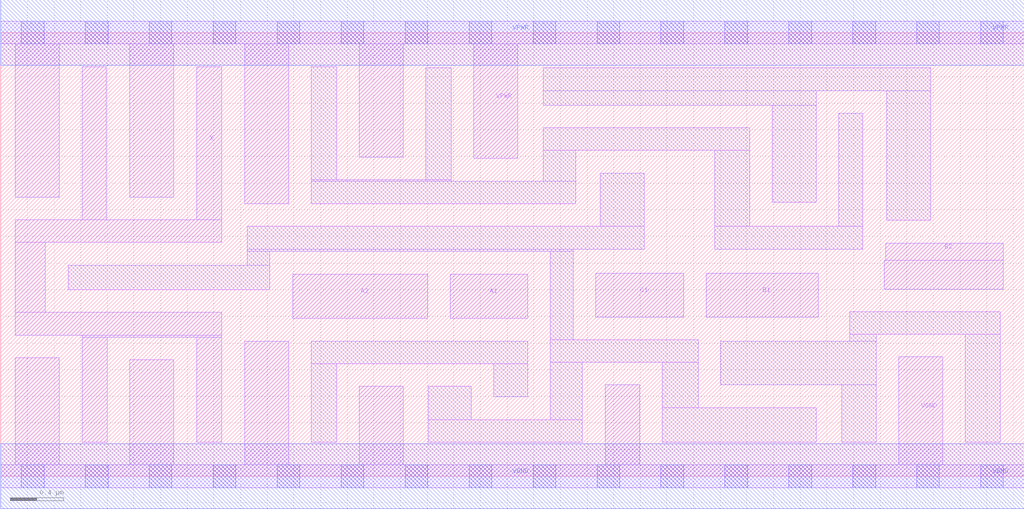
<source format=lef>
# Copyright 2020 The SkyWater PDK Authors
#
# Licensed under the Apache License, Version 2.0 (the "License");
# you may not use this file except in compliance with the License.
# You may obtain a copy of the License at
#
#     https://www.apache.org/licenses/LICENSE-2.0
#
# Unless required by applicable law or agreed to in writing, software
# distributed under the License is distributed on an "AS IS" BASIS,
# WITHOUT WARRANTIES OR CONDITIONS OF ANY KIND, either express or implied.
# See the License for the specific language governing permissions and
# limitations under the License.
#
# SPDX-License-Identifier: Apache-2.0

VERSION 5.7 ;
  NAMESCASESENSITIVE ON ;
  NOWIREEXTENSIONATPIN ON ;
  DIVIDERCHAR "/" ;
  BUSBITCHARS "[]" ;
UNITS
  DATABASE MICRONS 200 ;
END UNITS
MACRO sky130_fd_sc_lp__a221o_4
  CLASS CORE ;
  SOURCE USER ;
  FOREIGN sky130_fd_sc_lp__a221o_4 ;
  ORIGIN  0.000000  0.000000 ;
  SIZE  7.680000 BY  3.330000 ;
  SYMMETRY X Y R90 ;
  SITE unit ;
  PIN A1
    ANTENNAGATEAREA  0.630000 ;
    DIRECTION INPUT ;
    USE SIGNAL ;
    PORT
      LAYER li1 ;
        RECT 3.375000 1.185000 3.955000 1.515000 ;
    END
  END A1
  PIN A2
    ANTENNAGATEAREA  0.630000 ;
    DIRECTION INPUT ;
    USE SIGNAL ;
    PORT
      LAYER li1 ;
        RECT 2.190000 1.185000 3.205000 1.515000 ;
    END
  END A2
  PIN B1
    ANTENNAGATEAREA  0.630000 ;
    DIRECTION INPUT ;
    USE SIGNAL ;
    PORT
      LAYER li1 ;
        RECT 5.295000 1.195000 6.135000 1.525000 ;
    END
  END B1
  PIN B2
    ANTENNAGATEAREA  0.630000 ;
    DIRECTION INPUT ;
    USE SIGNAL ;
    PORT
      LAYER li1 ;
        RECT 6.630000 1.405000 7.525000 1.620000 ;
        RECT 6.640000 1.620000 7.525000 1.750000 ;
    END
  END B2
  PIN C1
    ANTENNAGATEAREA  0.630000 ;
    DIRECTION INPUT ;
    USE SIGNAL ;
    PORT
      LAYER li1 ;
        RECT 4.465000 1.195000 5.125000 1.525000 ;
    END
  END C1
  PIN X
    ANTENNADIFFAREA  1.176000 ;
    DIRECTION OUTPUT ;
    USE SIGNAL ;
    PORT
      LAYER li1 ;
        RECT 0.110000 1.060000 1.660000 1.230000 ;
        RECT 0.110000 1.230000 0.335000 1.755000 ;
        RECT 0.110000 1.755000 1.660000 1.925000 ;
        RECT 0.610000 0.255000 0.800000 1.045000 ;
        RECT 0.610000 1.045000 1.660000 1.060000 ;
        RECT 0.610000 1.925000 0.790000 3.075000 ;
        RECT 1.470000 0.255000 1.660000 1.045000 ;
        RECT 1.470000 1.925000 1.660000 3.075000 ;
    END
  END X
  PIN VGND
    DIRECTION INOUT ;
    USE GROUND ;
    PORT
      LAYER li1 ;
        RECT 0.000000 -0.085000 7.680000 0.085000 ;
        RECT 0.110000  0.085000 0.440000 0.890000 ;
        RECT 0.970000  0.085000 1.300000 0.875000 ;
        RECT 1.830000  0.085000 2.160000 1.015000 ;
        RECT 2.690000  0.085000 3.020000 0.675000 ;
        RECT 4.535000  0.085000 4.795000 0.685000 ;
        RECT 6.740000  0.085000 7.070000 0.895000 ;
      LAYER mcon ;
        RECT 0.155000 -0.085000 0.325000 0.085000 ;
        RECT 0.635000 -0.085000 0.805000 0.085000 ;
        RECT 1.115000 -0.085000 1.285000 0.085000 ;
        RECT 1.595000 -0.085000 1.765000 0.085000 ;
        RECT 2.075000 -0.085000 2.245000 0.085000 ;
        RECT 2.555000 -0.085000 2.725000 0.085000 ;
        RECT 3.035000 -0.085000 3.205000 0.085000 ;
        RECT 3.515000 -0.085000 3.685000 0.085000 ;
        RECT 3.995000 -0.085000 4.165000 0.085000 ;
        RECT 4.475000 -0.085000 4.645000 0.085000 ;
        RECT 4.955000 -0.085000 5.125000 0.085000 ;
        RECT 5.435000 -0.085000 5.605000 0.085000 ;
        RECT 5.915000 -0.085000 6.085000 0.085000 ;
        RECT 6.395000 -0.085000 6.565000 0.085000 ;
        RECT 6.875000 -0.085000 7.045000 0.085000 ;
        RECT 7.355000 -0.085000 7.525000 0.085000 ;
      LAYER met1 ;
        RECT 0.000000 -0.245000 7.680000 0.245000 ;
    END
  END VGND
  PIN VPWR
    DIRECTION INOUT ;
    USE POWER ;
    PORT
      LAYER li1 ;
        RECT 0.000000 3.245000 7.680000 3.415000 ;
        RECT 0.110000 2.095000 0.440000 3.245000 ;
        RECT 0.970000 2.095000 1.300000 3.245000 ;
        RECT 1.830000 2.045000 2.160000 3.245000 ;
        RECT 2.690000 2.395000 3.020000 3.245000 ;
        RECT 3.550000 2.385000 3.880000 3.245000 ;
      LAYER mcon ;
        RECT 0.155000 3.245000 0.325000 3.415000 ;
        RECT 0.635000 3.245000 0.805000 3.415000 ;
        RECT 1.115000 3.245000 1.285000 3.415000 ;
        RECT 1.595000 3.245000 1.765000 3.415000 ;
        RECT 2.075000 3.245000 2.245000 3.415000 ;
        RECT 2.555000 3.245000 2.725000 3.415000 ;
        RECT 3.035000 3.245000 3.205000 3.415000 ;
        RECT 3.515000 3.245000 3.685000 3.415000 ;
        RECT 3.995000 3.245000 4.165000 3.415000 ;
        RECT 4.475000 3.245000 4.645000 3.415000 ;
        RECT 4.955000 3.245000 5.125000 3.415000 ;
        RECT 5.435000 3.245000 5.605000 3.415000 ;
        RECT 5.915000 3.245000 6.085000 3.415000 ;
        RECT 6.395000 3.245000 6.565000 3.415000 ;
        RECT 6.875000 3.245000 7.045000 3.415000 ;
        RECT 7.355000 3.245000 7.525000 3.415000 ;
      LAYER met1 ;
        RECT 0.000000 3.085000 7.680000 3.575000 ;
    END
  END VPWR
  OBS
    LAYER li1 ;
      RECT 0.505000 1.400000 2.020000 1.585000 ;
      RECT 1.850000 1.585000 2.020000 1.690000 ;
      RECT 1.850000 1.690000 4.295000 1.705000 ;
      RECT 1.850000 1.705000 4.830000 1.875000 ;
      RECT 2.330000 0.255000 2.520000 0.845000 ;
      RECT 2.330000 0.845000 3.955000 1.015000 ;
      RECT 2.330000 2.045000 4.315000 2.215000 ;
      RECT 2.330000 2.215000 3.380000 2.225000 ;
      RECT 2.330000 2.225000 2.520000 3.075000 ;
      RECT 3.190000 2.225000 3.380000 3.065000 ;
      RECT 3.210000 0.255000 4.365000 0.425000 ;
      RECT 3.210000 0.425000 3.530000 0.675000 ;
      RECT 3.700000 0.595000 3.955000 0.845000 ;
      RECT 4.070000 2.215000 4.315000 2.445000 ;
      RECT 4.070000 2.445000 5.620000 2.615000 ;
      RECT 4.070000 2.785000 6.120000 2.895000 ;
      RECT 4.070000 2.895000 6.980000 3.065000 ;
      RECT 4.125000 0.425000 4.365000 0.855000 ;
      RECT 4.125000 0.855000 5.235000 1.025000 ;
      RECT 4.125000 1.025000 4.295000 1.690000 ;
      RECT 4.500000 1.875000 4.830000 2.275000 ;
      RECT 4.965000 0.255000 6.120000 0.515000 ;
      RECT 4.965000 0.515000 5.235000 0.855000 ;
      RECT 5.360000 1.705000 6.470000 1.875000 ;
      RECT 5.360000 1.875000 5.620000 2.445000 ;
      RECT 5.405000 0.685000 6.570000 1.015000 ;
      RECT 5.790000 2.055000 6.120000 2.785000 ;
      RECT 6.290000 1.875000 6.470000 2.725000 ;
      RECT 6.310000 0.255000 6.570000 0.685000 ;
      RECT 6.370000 1.015000 6.570000 1.065000 ;
      RECT 6.370000 1.065000 7.500000 1.235000 ;
      RECT 6.650000 1.920000 6.980000 2.895000 ;
      RECT 7.240000 0.255000 7.500000 1.065000 ;
  END
END sky130_fd_sc_lp__a221o_4

</source>
